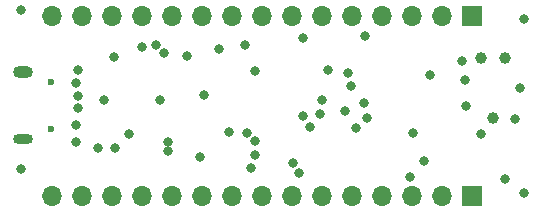
<source format=gbr>
%TF.GenerationSoftware,KiCad,Pcbnew,7.0.2-0*%
%TF.CreationDate,2023-05-15T20:56:50-04:00*%
%TF.ProjectId,mini_arduino_clone,6d696e69-5f61-4726-9475-696e6f5f636c,A*%
%TF.SameCoordinates,Original*%
%TF.FileFunction,Soldermask,Bot*%
%TF.FilePolarity,Negative*%
%FSLAX46Y46*%
G04 Gerber Fmt 4.6, Leading zero omitted, Abs format (unit mm)*
G04 Created by KiCad (PCBNEW 7.0.2-0) date 2023-05-15 20:56:50*
%MOMM*%
%LPD*%
G01*
G04 APERTURE LIST*
%ADD10C,0.600000*%
%ADD11O,1.700000X1.000000*%
%ADD12O,1.700000X0.850000*%
%ADD13C,0.991000*%
%ADD14R,1.700000X1.700000*%
%ADD15O,1.700000X1.700000*%
%ADD16C,0.800000*%
G04 APERTURE END LIST*
D10*
%TO.C,J101*%
X3865000Y11017000D03*
X3865000Y7017000D03*
D11*
X1515000Y11842000D03*
D12*
X1515000Y6192000D03*
%TD*%
D13*
%TO.C,J102*%
X41329893Y7994487D03*
X40314893Y13074487D03*
X42344893Y13074487D03*
%TD*%
D14*
%TO.C,J103*%
X39497000Y16627000D03*
D15*
X36957000Y16627000D03*
X34417000Y16627000D03*
X31877000Y16627000D03*
X29337000Y16627000D03*
X26797000Y16627000D03*
X24257000Y16627000D03*
X21717000Y16627000D03*
X19177000Y16627000D03*
X16637000Y16627000D03*
X14097000Y16627000D03*
X11557000Y16627000D03*
X9017000Y16627000D03*
X6477000Y16627000D03*
X3937000Y16627000D03*
%TD*%
D14*
%TO.C,J104*%
X39497000Y1387000D03*
D15*
X36957000Y1387000D03*
X34417000Y1387000D03*
X31877000Y1387000D03*
X29337000Y1387000D03*
X26797000Y1387000D03*
X24257000Y1387000D03*
X21717000Y1387000D03*
X19177000Y1387000D03*
X16637000Y1387000D03*
X14097000Y1387000D03*
X11557000Y1387000D03*
X9017000Y1387000D03*
X6477000Y1387000D03*
X3937000Y1387000D03*
%TD*%
D16*
X20826150Y3719987D03*
X1324893Y3676487D03*
X7903493Y5403687D03*
X21162293Y11957387D03*
X16539493Y4641687D03*
X43920693Y1644487D03*
X20298693Y14192087D03*
X13135893Y9518487D03*
X29696693Y7118865D03*
X35995893Y11589568D03*
X10468893Y6597487D03*
X34569933Y6728047D03*
X40313893Y6597487D03*
X43920693Y16325687D03*
X5973093Y7384887D03*
X35437093Y4336887D03*
X34268693Y2965287D03*
X38662893Y12820487D03*
X6165244Y12007687D03*
X6023893Y10915487D03*
X6023893Y5962487D03*
X30661893Y7994487D03*
X1324893Y17138487D03*
X25200893Y14725487D03*
X39043893Y9010487D03*
X18088893Y13836487D03*
X13770893Y5962487D03*
X13770893Y5200487D03*
X42345893Y2787487D03*
X8359593Y9518487D03*
X15421893Y13201487D03*
X26666994Y8339403D03*
X11595954Y14010356D03*
X21173993Y4819487D03*
X9325893Y5454487D03*
X9186493Y13176087D03*
X6150893Y8853100D03*
X13481598Y13490782D03*
X12790188Y14182192D03*
X6150893Y9830900D03*
X43170393Y7867487D03*
X27359893Y12058487D03*
X43615893Y10534487D03*
X30484771Y14929365D03*
X29264893Y10661487D03*
X38916893Y11169487D03*
X26851893Y9518487D03*
X28763473Y8606810D03*
X30407893Y9261987D03*
X29010893Y11804487D03*
X25200893Y8121487D03*
X25806813Y7220390D03*
X21173993Y6028513D03*
X20456621Y6724487D03*
X24350993Y4184487D03*
X16844293Y9924887D03*
X18977893Y6826087D03*
X24882710Y3332892D03*
M02*

</source>
